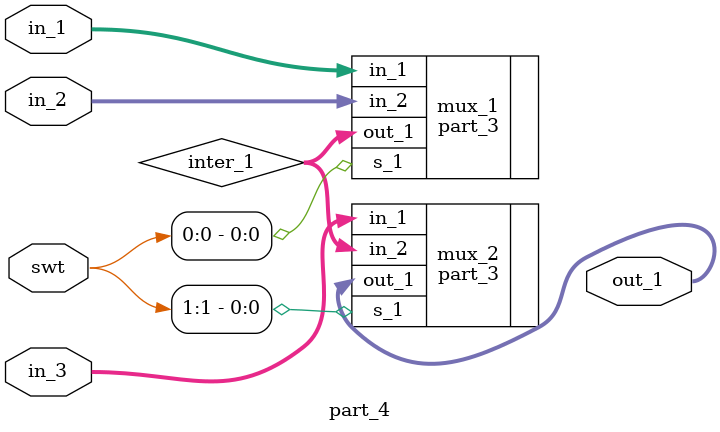
<source format=v>
`timescale 1ns / 1ps


module part_4(
    in_1,
    in_2,
    in_3,
    swt,
    out_1
    );
    input wire [1:0]in_1;
    input wire [1:0]in_2;
    input wire [1:0]in_3;  
    input wire [1:0]swt;
    output wire [1:0]out_1;
    wire [1:0]inter_1;
    part_3 mux_1(.in_1(in_1), .in_2(in_2),.s_1(swt[0]),.out_1(inter_1));
    part_3 mux_2(.in_1(in_3),.in_2(inter_1),.s_1(swt[1]),.out_1(out_1));

    
endmodule

</source>
